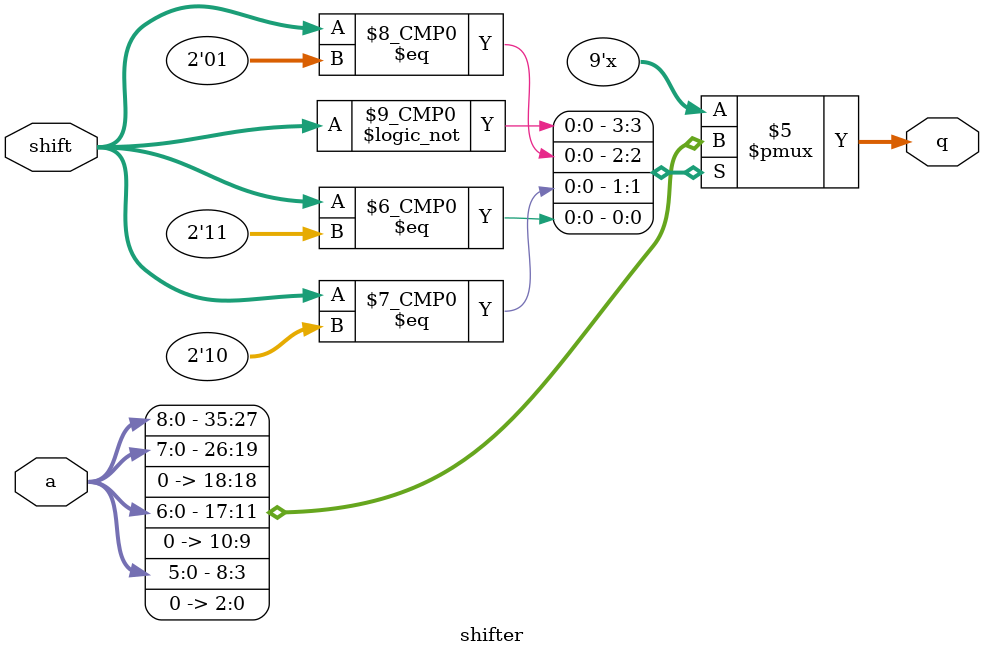
<source format=v>
module shifter(a, shift, q);

	// inputs
	input [8:0] a;
	input [1:0] shift;
	
	// output
	output [8:0] q;
	reg [8:0] q;
	
	// give appropriate shifter output(q) when either a or shift input changes
	always @(a, shift)
	begin
		case (shift)
			2'b00: q = a;
			2'b01: q = a << 1;
			2'b10: q = a << 2;
			2'b11: q = a << 3;
		endcase
	end
	
endmodule
</source>
